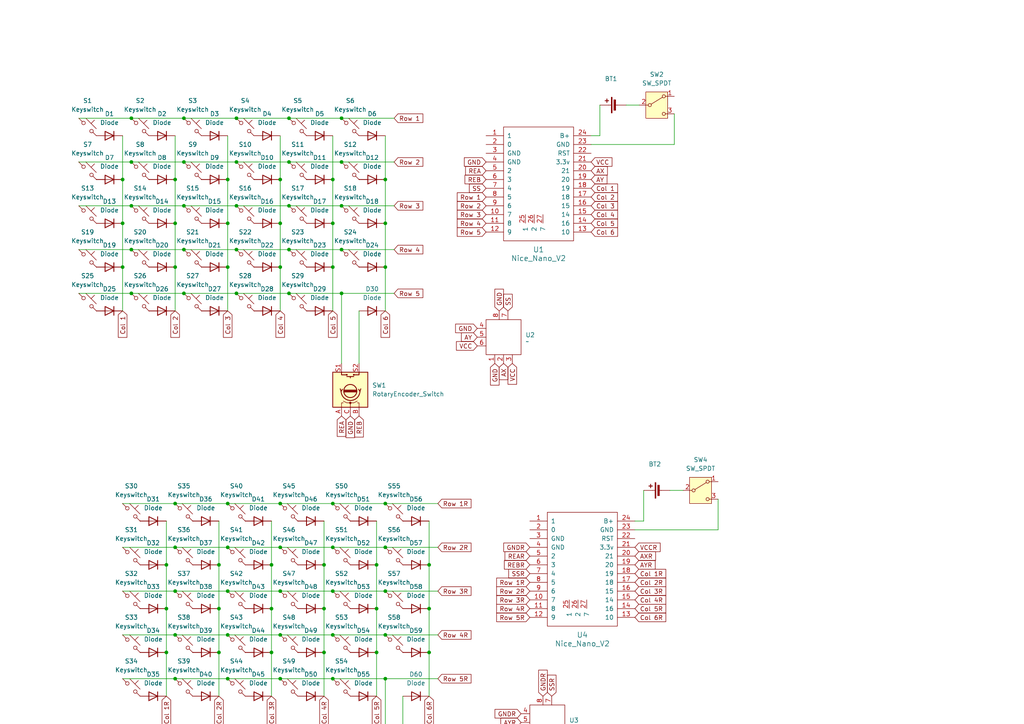
<source format=kicad_sch>
(kicad_sch (version 20231120) (generator "eeschema") (generator_version "8.0")
  (paper "A4")
  (junction (at 38.1 85.09))
  (junction (at 66.04 146.05))
  (junction (at 93.98 189.23))
  (junction (at 78.74 163.83))
  (junction (at 83.82 85.09))
  (junction (at 78.74 176.53))
  (junction (at 96.52 158.75))
  (junction (at 48.26 163.83))
  (junction (at 83.82 59.69))
  (junction (at 68.58 72.39))
  (junction (at 53.34 59.69))
  (junction (at 99.06 85.09))
  (junction (at 81.28 52.07))
  (junction (at 96.52 146.05))
  (junction (at 83.82 46.99))
  (junction (at 124.46 189.23))
  (junction (at 53.34 85.09))
  (junction (at 63.5 163.83))
  (junction (at 66.04 77.47))
  (junction (at 96.52 184.15))
  (junction (at 66.04 196.85))
  (junction (at 68.58 59.69))
  (junction (at 111.76 171.45))
  (junction (at 111.76 77.47))
  (junction (at 81.28 184.15))
  (junction (at 111.76 64.77))
  (junction (at 83.82 72.39))
  (junction (at 50.8 171.45))
  (junction (at 124.46 176.53))
  (junction (at 50.8 52.07))
  (junction (at 93.98 163.83))
  (junction (at 111.76 146.05))
  (junction (at 99.06 72.39))
  (junction (at 66.04 52.07))
  (junction (at 48.26 189.23))
  (junction (at 96.52 171.45))
  (junction (at 99.06 34.29))
  (junction (at 35.56 64.77))
  (junction (at 50.8 184.15))
  (junction (at 111.76 184.15))
  (junction (at 68.58 46.99))
  (junction (at 35.56 77.47))
  (junction (at 38.1 46.99))
  (junction (at 53.34 72.39))
  (junction (at 111.76 158.75))
  (junction (at 99.06 59.69))
  (junction (at 63.5 189.23))
  (junction (at 66.04 184.15))
  (junction (at 111.76 196.85))
  (junction (at 66.04 158.75))
  (junction (at 50.8 64.77))
  (junction (at 81.28 196.85))
  (junction (at 111.76 52.07))
  (junction (at 38.1 72.39))
  (junction (at 81.28 64.77))
  (junction (at 81.28 158.75))
  (junction (at 35.56 52.07))
  (junction (at 81.28 171.45))
  (junction (at 48.26 176.53))
  (junction (at 53.34 34.29))
  (junction (at 96.52 196.85))
  (junction (at 78.74 189.23))
  (junction (at 109.22 189.23))
  (junction (at 53.34 46.99))
  (junction (at 50.8 77.47))
  (junction (at 68.58 85.09))
  (junction (at 50.8 196.85))
  (junction (at 93.98 176.53))
  (junction (at 96.52 77.47))
  (junction (at 96.52 64.77))
  (junction (at 109.22 163.83))
  (junction (at 109.22 176.53))
  (junction (at 63.5 176.53))
  (junction (at 38.1 34.29))
  (junction (at 124.46 163.83))
  (junction (at 38.1 59.69))
  (junction (at 99.06 46.99))
  (junction (at 50.8 158.75))
  (junction (at 68.58 34.29))
  (junction (at 83.82 34.29))
  (junction (at 66.04 64.77))
  (junction (at 66.04 171.45))
  (junction (at 50.8 146.05))
  (junction (at 81.28 146.05))
  (junction (at 96.52 52.07))
  (junction (at 81.28 77.47))
  (wire (pts (xy 38.1 85.09) (xy 53.34 85.09)))
  (wire (pts (xy 104.14 90.17) (xy 104.14 105.41)))
  (wire (pts (xy 185.42 30.48) (xy 181.61 30.48)))
  (wire (pts (xy 83.82 34.29) (xy 99.06 34.29)))
  (wire (pts (xy 198.12 142.24) (xy 194.31 142.24)))
  (wire (pts (xy 81.28 171.45) (xy 96.52 171.45)))
  (wire (pts (xy 35.56 196.85) (xy 50.8 196.85)))
  (wire (pts (xy 48.26 151.13) (xy 48.26 163.83)))
  (wire (pts (xy 68.58 34.29) (xy 83.82 34.29)))
  (wire (pts (xy 111.76 77.47) (xy 111.76 90.17)))
  (wire (pts (xy 68.58 85.09) (xy 83.82 85.09)))
  (wire (pts (xy 63.5 176.53) (xy 63.5 189.23)))
  (wire (pts (xy 173.99 39.37) (xy 171.45 39.37)))
  (wire (pts (xy 48.26 189.23) (xy 48.26 201.93)))
  (wire (pts (xy 81.28 146.05) (xy 96.52 146.05)))
  (wire (pts (xy 50.8 196.85) (xy 66.04 196.85)))
  (wire (pts (xy 81.28 77.47) (xy 81.28 90.17)))
  (wire (pts (xy 81.28 158.75) (xy 96.52 158.75)))
  (wire (pts (xy 109.22 176.53) (xy 109.22 189.23)))
  (wire (pts (xy 83.82 72.39) (xy 99.06 72.39)))
  (wire (pts (xy 22.86 72.39) (xy 38.1 72.39)))
  (wire (pts (xy 81.28 39.37) (xy 81.28 52.07)))
  (wire (pts (xy 66.04 158.75) (xy 81.28 158.75)))
  (wire (pts (xy 116.84 201.93) (xy 116.84 217.17)))
  (wire (pts (xy 66.04 196.85) (xy 81.28 196.85)))
  (wire (pts (xy 96.52 64.77) (xy 96.52 77.47)))
  (wire (pts (xy 127 146.05) (xy 111.76 146.05)))
  (wire (pts (xy 208.28 153.67) (xy 184.15 153.67)))
  (wire (pts (xy 173.99 39.37) (xy 173.99 30.48)))
  (wire (pts (xy 81.28 52.07) (xy 81.28 64.77)))
  (wire (pts (xy 127 171.45) (xy 111.76 171.45)))
  (wire (pts (xy 99.06 85.09) (xy 99.06 105.41)))
  (wire (pts (xy 81.28 196.85) (xy 96.52 196.85)))
  (wire (pts (xy 114.3 59.69) (xy 99.06 59.69)))
  (wire (pts (xy 195.58 41.91) (xy 171.45 41.91)))
  (wire (pts (xy 96.52 184.15) (xy 111.76 184.15)))
  (wire (pts (xy 50.8 39.37) (xy 50.8 52.07)))
  (wire (pts (xy 208.28 144.78) (xy 208.28 153.67)))
  (wire (pts (xy 50.8 184.15) (xy 66.04 184.15)))
  (wire (pts (xy 22.86 85.09) (xy 38.1 85.09)))
  (wire (pts (xy 78.74 163.83) (xy 78.74 176.53)))
  (wire (pts (xy 66.04 52.07) (xy 66.04 64.77)))
  (wire (pts (xy 96.52 52.07) (xy 96.52 64.77)))
  (wire (pts (xy 63.5 189.23) (xy 63.5 201.93)))
  (wire (pts (xy 111.76 64.77) (xy 111.76 77.47)))
  (wire (pts (xy 48.26 176.53) (xy 48.26 189.23)))
  (wire (pts (xy 66.04 39.37) (xy 66.04 52.07)))
  (wire (pts (xy 96.52 158.75) (xy 111.76 158.75)))
  (wire (pts (xy 111.76 196.85) (xy 127 196.85)))
  (wire (pts (xy 50.8 52.07) (xy 50.8 64.77)))
  (wire (pts (xy 22.86 46.99) (xy 38.1 46.99)))
  (wire (pts (xy 50.8 158.75) (xy 66.04 158.75)))
  (wire (pts (xy 124.46 163.83) (xy 124.46 176.53)))
  (wire (pts (xy 111.76 39.37) (xy 111.76 52.07)))
  (wire (pts (xy 114.3 34.29) (xy 99.06 34.29)))
  (wire (pts (xy 96.52 146.05) (xy 111.76 146.05)))
  (wire (pts (xy 111.76 158.75) (xy 127 158.75)))
  (wire (pts (xy 63.5 151.13) (xy 63.5 163.83)))
  (wire (pts (xy 35.56 171.45) (xy 50.8 171.45)))
  (wire (pts (xy 53.34 34.29) (xy 68.58 34.29)))
  (wire (pts (xy 38.1 72.39) (xy 53.34 72.39)))
  (wire (pts (xy 96.52 196.85) (xy 111.76 196.85)))
  (wire (pts (xy 35.56 52.07) (xy 35.56 64.77)))
  (wire (pts (xy 81.28 64.77) (xy 81.28 77.47)))
  (wire (pts (xy 96.52 77.47) (xy 96.52 90.17)))
  (wire (pts (xy 124.46 189.23) (xy 124.46 201.93)))
  (wire (pts (xy 93.98 176.53) (xy 93.98 189.23)))
  (wire (pts (xy 83.82 85.09) (xy 99.06 85.09)))
  (wire (pts (xy 186.69 151.13) (xy 184.15 151.13)))
  (wire (pts (xy 99.06 72.39) (xy 114.3 72.39)))
  (wire (pts (xy 66.04 64.77) (xy 66.04 77.47)))
  (wire (pts (xy 109.22 163.83) (xy 109.22 176.53)))
  (wire (pts (xy 83.82 46.99) (xy 99.06 46.99)))
  (wire (pts (xy 68.58 72.39) (xy 83.82 72.39)))
  (wire (pts (xy 35.56 64.77) (xy 35.56 77.47)))
  (wire (pts (xy 124.46 151.13) (xy 124.46 163.83)))
  (wire (pts (xy 53.34 59.69) (xy 68.58 59.69)))
  (wire (pts (xy 96.52 39.37) (xy 96.52 52.07)))
  (wire (pts (xy 53.34 85.09) (xy 68.58 85.09)))
  (wire (pts (xy 109.22 189.23) (xy 109.22 201.93)))
  (wire (pts (xy 96.52 171.45) (xy 111.76 171.45)))
  (wire (pts (xy 83.82 59.69) (xy 99.06 59.69)))
  (wire (pts (xy 68.58 46.99) (xy 83.82 46.99)))
  (wire (pts (xy 111.76 184.15) (xy 127 184.15)))
  (wire (pts (xy 53.34 72.39) (xy 68.58 72.39)))
  (wire (pts (xy 35.56 77.47) (xy 35.56 90.17)))
  (wire (pts (xy 195.58 33.02) (xy 195.58 41.91)))
  (wire (pts (xy 99.06 85.09) (xy 114.3 85.09)))
  (wire (pts (xy 93.98 163.83) (xy 93.98 176.53)))
  (wire (pts (xy 78.74 151.13) (xy 78.74 163.83)))
  (wire (pts (xy 22.86 34.29) (xy 38.1 34.29)))
  (wire (pts (xy 99.06 46.99) (xy 114.3 46.99)))
  (wire (pts (xy 66.04 146.05) (xy 81.28 146.05)))
  (wire (pts (xy 50.8 64.77) (xy 50.8 77.47)))
  (wire (pts (xy 35.56 146.05) (xy 50.8 146.05)))
  (wire (pts (xy 66.04 77.47) (xy 66.04 90.17)))
  (wire (pts (xy 35.56 158.75) (xy 50.8 158.75)))
  (wire (pts (xy 35.56 39.37) (xy 35.56 52.07)))
  (wire (pts (xy 50.8 146.05) (xy 66.04 146.05)))
  (wire (pts (xy 93.98 189.23) (xy 93.98 201.93)))
  (wire (pts (xy 38.1 59.69) (xy 53.34 59.69)))
  (wire (pts (xy 66.04 184.15) (xy 81.28 184.15)))
  (wire (pts (xy 66.04 171.45) (xy 81.28 171.45)))
  (wire (pts (xy 38.1 34.29) (xy 53.34 34.29)))
  (wire (pts (xy 38.1 46.99) (xy 53.34 46.99)))
  (wire (pts (xy 186.69 151.13) (xy 186.69 142.24)))
  (wire (pts (xy 81.28 184.15) (xy 96.52 184.15)))
  (wire (pts (xy 48.26 163.83) (xy 48.26 176.53)))
  (wire (pts (xy 78.74 176.53) (xy 78.74 189.23)))
  (wire (pts (xy 63.5 163.83) (xy 63.5 176.53)))
  (wire (pts (xy 22.86 59.69) (xy 38.1 59.69)))
  (wire (pts (xy 109.22 151.13) (xy 109.22 163.83)))
  (wire (pts (xy 53.34 46.99) (xy 68.58 46.99)))
  (wire (pts (xy 35.56 184.15) (xy 50.8 184.15)))
  (wire (pts (xy 68.58 59.69) (xy 83.82 59.69)))
  (wire (pts (xy 124.46 176.53) (xy 124.46 189.23)))
  (wire (pts (xy 50.8 171.45) (xy 66.04 171.45)))
  (wire (pts (xy 78.74 189.23) (xy 78.74 201.93)))
  (wire (pts (xy 111.76 52.07) (xy 111.76 64.77)))
  (wire (pts (xy 111.76 196.85) (xy 111.76 217.17)))
  (wire (pts (xy 50.8 77.47) (xy 50.8 90.17)))
  (wire (pts (xy 93.98 151.13) (xy 93.98 163.83)))
  (global_label "Col 3R" (shape input) (at 78.74 201.93 270) (property "Intersheetrefs" "${INTERSHEET_REFS}" (effects (hide yes))))
  (global_label "Row 5" (shape input) (at 114.3 85.09 0) (property "Intersheetrefs" "${INTERSHEET_REFS}" (effects (hide yes))))
  (global_label "Row 2R" (shape input) (at 127 158.75 0) (property "Intersheetrefs" "${INTERSHEET_REFS}" (effects (hide yes))))
  (global_label "VCC" (shape input) (at 171.45 46.99 0) (property "Intersheetrefs" "${INTERSHEET_REFS}" (effects (hide yes))))
  (global_label "Row 4" (shape input) (at 140.97 64.77 180) (property "Intersheetrefs" "${INTERSHEET_REFS}" (effects (hide yes))))
  (global_label "Row 4R" (shape input) (at 127 184.15 0) (property "Intersheetrefs" "${INTERSHEET_REFS}" (effects (hide yes))))
  (global_label "VCCR" (shape input) (at 161.29 217.17 270) (property "Intersheetrefs" "${INTERSHEET_REFS}" (effects (hide yes))))
  (global_label "GND" (shape input) (at 144.78 90.17 90) (property "Intersheetrefs" "${INTERSHEET_REFS}" (effects (hide yes))))
  (global_label "Col 6" (shape input) (at 171.45 67.31 0) (property "Intersheetrefs" "${INTERSHEET_REFS}" (effects (hide yes))))
  (global_label "Row 3" (shape input) (at 140.97 62.23 180) (property "Intersheetrefs" "${INTERSHEET_REFS}" (effects (hide yes))))
  (global_label "Row 3R" (shape input) (at 153.67 173.99 180) (property "Intersheetrefs" "${INTERSHEET_REFS}" (effects (hide yes))))
  (global_label "REBR" (shape input) (at 116.84 232.41 270) (property "Intersheetrefs" "${INTERSHEET_REFS}" (effects (hide yes))))
  (global_label "Row 1R" (shape input) (at 153.67 168.91 180) (property "Intersheetrefs" "${INTERSHEET_REFS}" (effects (hide yes))))
  (global_label "AXR" (shape input) (at 158.75 217.17 270) (property "Intersheetrefs" "${INTERSHEET_REFS}" (effects (hide yes))))
  (global_label "VCC" (shape input) (at 138.43 100.33 180) (property "Intersheetrefs" "${INTERSHEET_REFS}" (effects (hide yes))))
  (global_label "Col 2" (shape input) (at 50.8 90.17 270) (property "Intersheetrefs" "${INTERSHEET_REFS}" (effects (hide yes))))
  (global_label "Row 5R" (shape input) (at 153.67 179.07 180) (property "Intersheetrefs" "${INTERSHEET_REFS}" (effects (hide yes))))
  (global_label "AX" (shape input) (at 171.45 49.53 0) (property "Intersheetrefs" "${INTERSHEET_REFS}" (effects (hide yes))))
  (global_label "AY" (shape input) (at 171.45 52.07 0) (property "Intersheetrefs" "${INTERSHEET_REFS}" (effects (hide yes))))
  (global_label "VCCR" (shape input) (at 151.13 212.09 180) (property "Intersheetrefs" "${INTERSHEET_REFS}" (effects (hide yes))))
  (global_label "REA" (shape input) (at 99.06 120.65 270) (property "Intersheetrefs" "${INTERSHEET_REFS}" (effects (hide yes))))
  (global_label "Col 1" (shape input) (at 35.56 90.17 270) (property "Intersheetrefs" "${INTERSHEET_REFS}" (effects (hide yes))))
  (global_label "AYR" (shape input) (at 151.13 209.55 180) (property "Intersheetrefs" "${INTERSHEET_REFS}" (effects (hide yes))))
  (global_label "Col 4" (shape input) (at 171.45 62.23 0) (property "Intersheetrefs" "${INTERSHEET_REFS}" (effects (hide yes))))
  (global_label "REA" (shape input) (at 140.97 49.53 180) (property "Intersheetrefs" "${INTERSHEET_REFS}" (effects (hide yes))))
  (global_label "AY" (shape input) (at 138.43 97.79 180) (property "Intersheetrefs" "${INTERSHEET_REFS}" (effects (hide yes))))
  (global_label "GNDR" (shape input) (at 151.13 207.01 180) (property "Intersheetrefs" "${INTERSHEET_REFS}" (effects (hide yes))))
  (global_label "Col 2R" (shape input) (at 184.15 168.91 0) (property "Intersheetrefs" "${INTERSHEET_REFS}" (effects (hide yes))))
  (global_label "Row 2" (shape input) (at 140.97 59.69 180) (property "Intersheetrefs" "${INTERSHEET_REFS}" (effects (hide yes))))
  (global_label "Row 1" (shape input) (at 140.97 57.15 180) (property "Intersheetrefs" "${INTERSHEET_REFS}" (effects (hide yes))))
  (global_label "Row 5R" (shape input) (at 127 196.85 0) (property "Intersheetrefs" "${INTERSHEET_REFS}" (effects (hide yes))))
  (global_label "Col 5" (shape input) (at 96.52 90.17 270) (property "Intersheetrefs" "${INTERSHEET_REFS}" (effects (hide yes))))
  (global_label "Col 4" (shape input) (at 81.28 90.17 270) (property "Intersheetrefs" "${INTERSHEET_REFS}" (effects (hide yes))))
  (global_label "Row 4R" (shape input) (at 153.67 176.53 180) (property "Intersheetrefs" "${INTERSHEET_REFS}" (effects (hide yes))))
  (global_label "VCCR" (shape input) (at 184.15 158.75 0) (property "Intersheetrefs" "${INTERSHEET_REFS}" (effects (hide yes))))
  (global_label "GNDR" (shape input) (at 157.48 201.93 90) (property "Intersheetrefs" "${INTERSHEET_REFS}" (effects (hide yes))))
  (global_label "SS" (shape input) (at 147.32 90.17 90) (property "Intersheetrefs" "${INTERSHEET_REFS}" (effects (hide yes))))
  (global_label "GND" (shape input) (at 138.43 95.25 180) (property "Intersheetrefs" "${INTERSHEET_REFS}" (effects (hide yes))))
  (global_label "Col 4R" (shape input) (at 184.15 173.99 0) (property "Intersheetrefs" "${INTERSHEET_REFS}" (effects (hide yes))))
  (global_label "Col 5R" (shape input) (at 184.15 176.53 0) (property "Intersheetrefs" "${INTERSHEET_REFS}" (effects (hide yes))))
  (global_label "Row 1R" (shape input) (at 127 146.05 0) (property "Intersheetrefs" "${INTERSHEET_REFS}" (effects (hide yes))))
  (global_label "Col 5" (shape input) (at 171.45 64.77 0) (property "Intersheetrefs" "${INTERSHEET_REFS}" (effects (hide yes))))
  (global_label "SS" (shape input) (at 140.97 54.61 180) (property "Intersheetrefs" "${INTERSHEET_REFS}" (effects (hide yes))))
  (global_label "Col 2" (shape input) (at 171.45 57.15 0) (property "Intersheetrefs" "${INTERSHEET_REFS}" (effects (hide yes))))
  (global_label "Row 2R" (shape input) (at 153.67 171.45 180) (property "Intersheetrefs" "${INTERSHEET_REFS}" (effects (hide yes))))
  (global_label "AXR" (shape input) (at 184.15 161.29 0) (property "Intersheetrefs" "${INTERSHEET_REFS}" (effects (hide yes))))
  (global_label "Col 1" (shape input) (at 171.45 54.61 0) (property "Intersheetrefs" "${INTERSHEET_REFS}" (effects (hide yes))))
  (global_label "GND" (shape input) (at 101.6 120.65 270) (property "Intersheetrefs" "${INTERSHEET_REFS}" (effects (hide yes))))
  (global_label "Col 2R" (shape input) (at 63.5 201.93 270) (property "Intersheetrefs" "${INTERSHEET_REFS}" (effects (hide yes))))
  (global_label "Col 5R" (shape input) (at 109.22 201.93 270) (property "Intersheetrefs" "${INTERSHEET_REFS}" (effects (hide yes))))
  (global_label "REAR" (shape input) (at 153.67 161.29 180) (property "Intersheetrefs" "${INTERSHEET_REFS}" (effects (hide yes))))
  (global_label "Col 3" (shape input) (at 66.04 90.17 270) (property "Intersheetrefs" "${INTERSHEET_REFS}" (effects (hide yes))))
  (global_label "Row 3R" (shape input) (at 127 171.45 0) (property "Intersheetrefs" "${INTERSHEET_REFS}" (effects (hide yes))))
  (global_label "Col 6R" (shape input) (at 184.15 179.07 0) (property "Intersheetrefs" "${INTERSHEET_REFS}" (effects (hide yes))))
  (global_label "REB" (shape input) (at 140.97 52.07 180) (property "Intersheetrefs" "${INTERSHEET_REFS}" (effects (hide yes))))
  (global_label "AX" (shape input) (at 146.05 105.41 270) (property "Intersheetrefs" "${INTERSHEET_REFS}" (effects (hide yes))))
  (global_label "Col 3R" (shape input) (at 184.15 171.45 0) (property "Intersheetrefs" "${INTERSHEET_REFS}" (effects (hide yes))))
  (global_label "GNDR" (shape input) (at 153.67 158.75 180) (property "Intersheetrefs" "${INTERSHEET_REFS}" (effects (hide yes))))
  (global_label "VCC" (shape input) (at 148.59 105.41 270) (property "Intersheetrefs" "${INTERSHEET_REFS}" (effects (hide yes))))
  (global_label "SSR" (shape input) (at 153.67 166.37 180) (property "Intersheetrefs" "${INTERSHEET_REFS}" (effects (hide yes))))
  (global_label "AYR" (shape input) (at 184.15 163.83 0) (property "Intersheetrefs" "${INTERSHEET_REFS}" (effects (hide yes))))
  (global_label "Col 1R" (shape input) (at 48.26 201.93 270) (property "Intersheetrefs" "${INTERSHEET_REFS}" (effects (hide yes))))
  (global_label "Col 4R" (shape input) (at 93.98 201.93 270) (property "Intersheetrefs" "${INTERSHEET_REFS}" (effects (hide yes))))
  (global_label "REAR" (shape input) (at 111.76 232.41 270) (property "Intersheetrefs" "${INTERSHEET_REFS}" (effects (hide yes))))
  (global_label "Col 6" (shape input) (at 111.76 90.17 270) (property "Intersheetrefs" "${INTERSHEET_REFS}" (effects (hide yes))))
  (global_label "Row 2" (shape input) (at 114.3 46.99 0) (property "Intersheetrefs" "${INTERSHEET_REFS}" (effects (hide yes))))
  (global_label "Row 1" (shape input) (at 114.3 34.29 0) (property "Intersheetrefs" "${INTERSHEET_REFS}" (effects (hide yes))))
  (global_label "GND" (shape input) (at 143.51 105.41 270) (property "Intersheetrefs" "${INTERSHEET_REFS}" (effects (hide yes))))
  (global_label "Row 3" (shape input) (at 114.3 59.69 0) (property "Intersheetrefs" "${INTERSHEET_REFS}" (effects (hide yes))))
  (global_label "Row 4" (shape input) (at 114.3 72.39 0) (property "Intersheetrefs" "${INTERSHEET_REFS}" (effects (hide yes))))
  (global_label "Col 3" (shape input) (at 171.45 59.69 0) (property "Intersheetrefs" "${INTERSHEET_REFS}" (effects (hide yes))))
  (global_label "SSR" (shape input) (at 160.02 201.93 90) (property "Intersheetrefs" "${INTERSHEET_REFS}" (effects (hide yes))))
  (global_label "Col 1R" (shape input) (at 184.15 166.37 0) (property "Intersheetrefs" "${INTERSHEET_REFS}" (effects (hide yes))))
  (global_label "GNDR" (shape input) (at 156.21 217.17 270) (property "Intersheetrefs" "${INTERSHEET_REFS}" (effects (hide yes))))
  (global_label "Row 5" (shape input) (at 140.97 67.31 180) (property "Intersheetrefs" "${INTERSHEET_REFS}" (effects (hide yes))))
  (global_label "GND" (shape input) (at 140.97 46.99 180) (property "Intersheetrefs" "${INTERSHEET_REFS}" (effects (hide yes))))
  (global_label "REBR" (shape input) (at 153.67 163.83 180) (property "Intersheetrefs" "${INTERSHEET_REFS}" (effects (hide yes))))
  (global_label "GNDR" (shape input) (at 114.3 232.41 270) (property "Intersheetrefs" "${INTERSHEET_REFS}" (effects (hide yes))))
  (global_label "Col 6R" (shape input) (at 124.46 201.93 270) (property "Intersheetrefs" "${INTERSHEET_REFS}" (effects (hide yes))))
  (global_label "REB" (shape input) (at 104.14 120.65 270) (property "Intersheetrefs" "${INTERSHEET_REFS}" (effects (hide yes))))
  (symbol (lib_id "ScottoKeebs:Placeholder_Diode") (at 46.99 64.77 180) (unit 1)
    (property "Reference" "D14" (at 46.99 58.42 0))
    (property "Value" "Diode" (at 46.99 60.96 0))
    (property "Footprint" "ScottoKeebs_Components:Diode_SOD-123" (effects (hide yes)))
    (property "Description" "1N4148 (DO-35) or 1N4148W (SOD-123)" (effects (hide yes)))
    (property "Sim.Device" "D" (effects (hide yes)))
    (property "Sim.Pins" "1=K 2=A" (effects (hide yes)))
  )
  (symbol (lib_id "ScottoKeebs:Placeholder_Keyswitch") (at 99.06 161.29 0) (unit 1)
    (property "Reference" "S51" (at 99.06 153.67 0))
    (property "Value" "Keyswitch" (at 99.06 156.21 0))
    (property "Footprint" "ScottoKeebs_Hotswap:Hotswap_MX_1.00u" (effects (hide yes)))
    (property "Description" "Push button switch, normally open, two pins, 45° tilted" (effects (hide yes)))
  )
  (symbol (lib_id "ScottoKeebs:Placeholder_Keyswitch") (at 68.58 173.99 0) (unit 1)
    (property "Reference" "S42" (at 68.58 166.37 0))
    (property "Value" "Keyswitch" (at 68.58 168.91 0))
    (property "Footprint" "ScottoKeebs_Hotswap:Hotswap_MX_1.00u" (effects (hide yes)))
    (property "Description" "Push button switch, normally open, two pins, 45° tilted" (effects (hide yes)))
  )
  (symbol (lib_id "ScottoKeebs:Placeholder_Keyswitch") (at 86.36 74.93 0) (unit 1)
    (property "Reference" "S23" (at 86.36 67.31 0))
    (property "Value" "Keyswitch" (at 86.36 69.85 0))
    (property "Footprint" "ScottoKeebs_Hotswap:Hotswap_MX_1.00u" (effects (hide yes)))
    (property "Description" "Push button switch, normally open, two pins, 45° tilted" (effects (hide yes)))
  )
  (symbol (lib_id "ScottoKeebs:Placeholder_Diode") (at 62.23 64.77 180) (unit 1)
    (property "Reference" "D15" (at 62.23 58.42 0))
    (property "Value" "Diode" (at 62.23 60.96 0))
    (property "Footprint" "ScottoKeebs_Components:Diode_SOD-123" (effects (hide yes)))
    (property "Description" "1N4148 (DO-35) or 1N4148W (SOD-123)" (effects (hide yes)))
    (property "Sim.Device" "D" (effects (hide yes)))
    (property "Sim.Pins" "1=K 2=A" (effects (hide yes)))
  )
  (symbol (lib_id "ScottoKeebs:Placeholder_Keyswitch") (at 83.82 199.39 0) (unit 1)
    (property "Reference" "S49" (at 83.82 191.77 0))
    (property "Value" "Keyswitch" (at 83.82 194.31 0))
    (property "Footprint" "ScottoKeebs_Hotswap:Hotswap_MX_1.00u" (effects (hide yes)))
    (property "Description" "Push button switch, normally open, two pins, 45° tilted" (effects (hide yes)))
  )
  (symbol (lib_id "ScottoKeebs:Placeholder_Diode") (at 74.93 163.83 180) (unit 1)
    (property "Reference" "D42" (at 74.93 157.48 0))
    (property "Value" "Diode" (at 74.93 160.02 0))
    (property "Footprint" "ScottoKeebs_Components:Diode_SOD-123" (effects (hide yes)))
    (property "Description" "1N4148 (DO-35) or 1N4148W (SOD-123)" (effects (hide yes)))
    (property "Sim.Device" "D" (effects (hide yes)))
    (property "Sim.Pins" "1=K 2=A" (effects (hide yes)))
  )
  (symbol (lib_id "ScottoKeebs:Placeholder_Diode") (at 62.23 39.37 180) (unit 1)
    (property "Reference" "D3" (at 62.23 33.02 0))
    (property "Value" "Diode" (at 62.23 35.56 0))
    (property "Footprint" "ScottoKeebs_Components:Diode_SOD-123" (effects (hide yes)))
    (property "Description" "1N4148 (DO-35) or 1N4148W (SOD-123)" (effects (hide yes)))
    (property "Sim.Device" "D" (effects (hide yes)))
    (property "Sim.Pins" "1=K 2=A" (effects (hide yes)))
  )
  (symbol (lib_id "ScottoKeebs:Placeholder_Diode") (at 92.71 90.17 180) (unit 1)
    (property "Reference" "D29" (at 92.71 83.82 0))
    (property "Value" "Diode" (at 92.71 86.36 0))
    (property "Footprint" "ScottoKeebs_Components:Diode_SOD-123" (effects (hide yes)))
    (property "Description" "1N4148 (DO-35) or 1N4148W (SOD-123)" (effects (hide yes)))
    (property "Sim.Device" "D" (effects (hide yes)))
    (property "Sim.Pins" "1=K 2=A" (effects (hide yes)))
  )
  (symbol (lib_id "ScottoKeebs:Placeholder_Diode") (at 62.23 77.47 180) (unit 1)
    (property "Reference" "D21" (at 62.23 71.12 0))
    (property "Value" "Diode" (at 62.23 73.66 0))
    (property "Footprint" "ScottoKeebs_Components:Diode_SOD-123" (effects (hide yes)))
    (property "Description" "1N4148 (DO-35) or 1N4148W (SOD-123)" (effects (hide yes)))
    (property "Sim.Device" "D" (effects (hide yes)))
    (property "Sim.Pins" "1=K 2=A" (effects (hide yes)))
  )
  (symbol (lib_id "ScottoKeebs:Placeholder_Diode") (at 120.65 151.13 180) (unit 1)
    (property "Reference" "D56" (at 120.65 144.78 0))
    (property "Value" "Diode" (at 120.65 147.32 0))
    (property "Footprint" "ScottoKeebs_Components:Diode_SOD-123" (effects (hide yes)))
    (property "Description" "1N4148 (DO-35) or 1N4148W (SOD-123)" (effects (hide yes)))
    (property "Sim.Device" "D" (effects (hide yes)))
    (property "Sim.Pins" "1=K 2=A" (effects (hide yes)))
  )
  (symbol (lib_id "ScottoKeebs:Placeholder_Diode") (at 105.41 201.93 180) (unit 1)
    (property "Reference" "D55" (at 105.41 195.58 0))
    (property "Value" "Diode" (at 105.41 198.12 0))
    (property "Footprint" "ScottoKeebs_Components:Diode_SOD-123" (effects (hide yes)))
    (property "Description" "1N4148 (DO-35) or 1N4148W (SOD-123)" (effects (hide yes)))
    (property "Sim.Device" "D" (effects (hide yes)))
    (property "Sim.Pins" "1=K 2=A" (effects (hide yes)))
  )
  (symbol (lib_id "ScottoKeebs:Placeholder_Diode") (at 62.23 90.17 180) (unit 1)
    (property "Reference" "D27" (at 62.23 83.82 0))
    (property "Value" "Diode" (at 62.23 86.36 0))
    (property "Footprint" "ScottoKeebs_Components:Diode_SOD-123" (effects (hide yes)))
    (property "Description" "1N4148 (DO-35) or 1N4148W (SOD-123)" (effects (hide yes)))
    (property "Sim.Device" "D" (effects (hide yes)))
    (property "Sim.Pins" "1=K 2=A" (effects (hide yes)))
  )
  (symbol (lib_id "Device:Battery_Cell") (at 191.77 142.24 90) (unit 1)
    (property "Reference" "BT2" (at 189.9285 134.62 90))
    (property "Value" "Battery_Cell" (effects (hide yes)))
    (property "Footprint" "Battery:BatteryHolder_MPD_BH-18650-PC2" (effects (hide yes)))
    (property "Description" "Single-cell battery" (effects (hide yes)))
  )
  (symbol (lib_id "ScottoKeebs:Placeholder_Diode") (at 46.99 39.37 180) (unit 1)
    (property "Reference" "D2" (at 46.99 33.02 0))
    (property "Value" "Diode" (at 46.99 35.56 0))
    (property "Footprint" "ScottoKeebs_Components:Diode_SOD-123" (effects (hide yes)))
    (property "Description" "1N4148 (DO-35) or 1N4148W (SOD-123)" (effects (hide yes)))
    (property "Sim.Device" "D" (effects (hide yes)))
    (property "Sim.Pins" "1=K 2=A" (effects (hide yes)))
  )
  (symbol (lib_id "ScottoKeebs:Placeholder_Keyswitch") (at 40.64 87.63 0) (unit 1)
    (property "Reference" "S26" (at 40.64 80.01 0))
    (property "Value" "Keyswitch" (at 40.64 82.55 0))
    (property "Footprint" "ScottoKeebs_Hotswap:Hotswap_MX_1.00u" (effects (hide yes)))
    (property "Description" "Push button switch, normally open, two pins, 45° tilted" (effects (hide yes)))
  )
  (symbol (lib_id "ScottoKeebs:Placeholder_Keyswitch") (at 83.82 186.69 0) (unit 1)
    (property "Reference" "S48" (at 83.82 179.07 0))
    (property "Value" "Keyswitch" (at 83.82 181.61 0))
    (property "Footprint" "ScottoKeebs_Hotswap:Hotswap_MX_1.00u" (effects (hide yes)))
    (property "Description" "Push button switch, normally open, two pins, 45° tilted" (effects (hide yes)))
  )
  (symbol (lib_id "ScottoKeebs:Placeholder_Keyswitch") (at 114.3 148.59 0) (unit 1)
    (property "Reference" "S55" (at 114.3 140.97 0))
    (property "Value" "Keyswitch" (at 114.3 143.51 0))
    (property "Footprint" "ScottoKeebs_Hotswap:Hotswap_MX_1.00u" (effects (hide yes)))
    (property "Description" "Push button switch, normally open, two pins, 45° tilted" (effects (hide yes)))
  )
  (symbol (lib_id "ScottoKeebs:Placeholder_Diode") (at 90.17 201.93 180) (unit 1)
    (property "Reference" "D50" (at 90.17 195.58 0))
    (property "Value" "Diode" (at 90.17 198.12 0))
    (property "Footprint" "ScottoKeebs_Components:Diode_SOD-123" (effects (hide yes)))
    (property "Description" "1N4148 (DO-35) or 1N4148W (SOD-123)" (effects (hide yes)))
    (property "Sim.Device" "D" (effects (hide yes)))
    (property "Sim.Pins" "1=K 2=A" (effects (hide yes)))
  )
  (symbol (lib_id "ScottoKeebs:Placeholder_Diode") (at 74.93 151.13 180) (unit 1)
    (property "Reference" "D41" (at 74.93 144.78 0))
    (property "Value" "Diode" (at 74.93 147.32 0))
    (property "Footprint" "ScottoKeebs_Components:Diode_SOD-123" (effects (hide yes)))
    (property "Description" "1N4148 (DO-35) or 1N4148W (SOD-123)" (effects (hide yes)))
    (property "Sim.Device" "D" (effects (hide yes)))
    (property "Sim.Pins" "1=K 2=A" (effects (hide yes)))
  )
  (symbol (lib_id "ScottoKeebs:Placeholder_Keyswitch") (at 99.06 199.39 0) (unit 1)
    (property "Reference" "S54" (at 99.06 191.77 0))
    (property "Value" "Keyswitch" (at 99.06 194.31 0))
    (property "Footprint" "ScottoKeebs_Hotswap:Hotswap_MX_1.00u" (effects (hide yes)))
    (property "Description" "Push button switch, normally open, two pins, 45° tilted" (effects (hide yes)))
  )
  (symbol (lib_id "ScottoKeebs:Placeholder_Diode") (at 44.45 176.53 180) (unit 1)
    (property "Reference" "D33" (at 44.45 170.18 0))
    (property "Value" "Diode" (at 44.45 172.72 0))
    (property "Footprint" "ScottoKeebs_Components:Diode_SOD-123" (effects (hide yes)))
    (property "Description" "1N4148 (DO-35) or 1N4148W (SOD-123)" (effects (hide yes)))
    (property "Sim.Device" "D" (effects (hide yes)))
    (property "Sim.Pins" "1=K 2=A" (effects (hide yes)))
  )
  (symbol (lib_id "ScottoKeebs:Placeholder_Keyswitch") (at 68.58 186.69 0) (unit 1)
    (property "Reference" "S43" (at 68.58 179.07 0))
    (property "Value" "Keyswitch" (at 68.58 181.61 0))
    (property "Footprint" "ScottoKeebs_Hotswap:Hotswap_MX_1.00u" (effects (hide yes)))
    (property "Description" "Push button switch, normally open, two pins, 45° tilted" (effects (hide yes)))
  )
  (symbol (lib_id "ScottoKeebs:Placeholder_Keyswitch") (at 38.1 186.69 0) (unit 1)
    (property "Reference" "S33" (at 38.1 179.07 0))
    (property "Value" "Keyswitch" (at 38.1 181.61 0))
    (property "Footprint" "ScottoKeebs_Hotswap:Hotswap_MX_1.00u" (effects (hide yes)))
    (property "Description" "Push button switch, normally open, two pins, 45° tilted" (effects (hide yes)))
  )
  (symbol (lib_id "ScottoKeebs:Placeholder_Keyswitch") (at 86.36 49.53 0) (unit 1)
    (property "Reference" "S11" (at 86.36 41.91 0))
    (property "Value" "Keyswitch" (at 86.36 44.45 0))
    (property "Footprint" "ScottoKeebs_Hotswap:Hotswap_MX_1.00u" (effects (hide yes)))
    (property "Description" "Push button switch, normally open, two pins, 45° tilted" (effects (hide yes)))
  )
  (symbol (lib_id "ScottoKeebs:Placeholder_Diode") (at 77.47 52.07 180) (unit 1)
    (property "Reference" "D10" (at 77.47 45.72 0))
    (property "Value" "Diode" (at 77.47 48.26 0))
    (property "Footprint" "ScottoKeebs_Components:Diode_SOD-123" (effects (hide yes)))
    (property "Description" "1N4148 (DO-35) or 1N4148W (SOD-123)" (effects (hide yes)))
    (property "Sim.Device" "D" (effects (hide yes)))
    (property "Sim.Pins" "1=K 2=A" (effects (hide yes)))
  )
  (symbol (lib_id "ScottoKeebs:Placeholder_Keyswitch") (at 86.36 87.63 0) (unit 1)
    (property "Reference" "S29" (at 86.36 80.01 0))
    (property "Value" "Keyswitch" (at 86.36 82.55 0))
    (property "Footprint" "ScottoKeebs_Hotswap:Hotswap_MX_1.00u" (effects (hide yes)))
    (property "Description" "Push button switch, normally open, two pins, 45° tilted" (effects (hide yes)))
  )
  (symbol (lib_id "ScottoKeebs:Placeholder_Keyswitch") (at 83.82 173.99 0) (unit 1)
    (property "Reference" "S47" (at 83.82 166.37 0))
    (property "Value" "Keyswitch" (at 83.82 168.91 0))
    (property "Footprint" "ScottoKeebs_Hotswap:Hotswap_MX_1.00u" (effects (hide yes)))
    (property "Description" "Push button switch, normally open, two pins, 45° tilted" (effects (hide yes)))
  )
  (symbol (lib_id "ScottoKeebs:Placeholder_Keyswitch") (at 38.1 173.99 0) (unit 1)
    (property "Reference" "S32" (at 38.1 166.37 0))
    (property "Value" "Keyswitch" (at 38.1 168.91 0))
    (property "Footprint" "ScottoKeebs_Hotswap:Hotswap_MX_1.00u" (effects (hide yes)))
    (property "Description" "Push button switch, normally open, two pins, 45° tilted" (effects (hide yes)))
  )
  (symbol (lib_id "ScottoKeebs:Placeholder_Keyswitch") (at 53.34 161.29 0) (unit 1)
    (property "Reference" "S36" (at 53.34 153.67 0))
    (property "Value" "Keyswitch" (at 53.34 156.21 0))
    (property "Footprint" "ScottoKeebs_Hotswap:Hotswap_MX_1.00u" (effects (hide yes)))
    (property "Description" "Push button switch, normally open, two pins, 45° tilted" (effects (hide yes)))
  )
  (symbol (lib_id "ScottoKeebs:Placeholder_Keyswitch") (at 68.58 148.59 0) (unit 1)
    (property "Reference" "S40" (at 68.58 140.97 0))
    (property "Value" "Keyswitch" (at 68.58 143.51 0))
    (property "Footprint" "ScottoKeebs_Hotswap:Hotswap_MX_1.00u" (effects (hide yes)))
    (property "Description" "Push button switch, normally open, two pins, 45° tilted" (effects (hide yes)))
  )
  (symbol (lib_id "ScottoKeebs:Placeholder_Keyswitch") (at 114.3 186.69 0) (unit 1)
    (property "Reference" "S58" (at 114.3 179.07 0))
    (property "Value" "Keyswitch" (at 114.3 181.61 0))
    (property "Footprint" "ScottoKeebs_Hotswap:Hotswap_MX_1.00u" (effects (hide yes)))
    (property "Description" "Push button switch, normally open, two pins, 45° tilted" (effects (hide yes)))
  )
  (symbol (lib_id "ScottoKeebs:Placeholder_Keyswitch") (at 114.3 173.99 0) (unit 1)
    (property "Reference" "S57" (at 114.3 166.37 0))
    (property "Value" "Keyswitch" (at 114.3 168.91 0))
    (property "Footprint" "ScottoKeebs_Hotswap:Hotswap_MX_1.00u" (effects (hide yes)))
    (property "Description" "Push button switch, normally open, two pins, 45° tilted" (effects (hide yes)))
  )
  (symbol (lib_id "Library:thumb_stick") (at 146.05 97.79 180) (unit 1)
    (property "Reference" "U2" (at 152.4 97.1549 0) (effects (justify right)))
    (property "Value" "~" (at 152.4 99.06 0) (effects (justify right)))
    (property "Footprint" "Library:thumb_stick" (effects (hide yes)))
  )
  (symbol (lib_id "ScottoKeebs:Placeholder_Diode") (at 90.17 151.13 180) (unit 1)
    (property "Reference" "D46" (at 90.17 144.78 0))
    (property "Value" "Diode" (at 90.17 147.32 0))
    (property "Footprint" "ScottoKeebs_Components:Diode_SOD-123" (effects (hide yes)))
    (property "Description" "1N4148 (DO-35) or 1N4148W (SOD-123)" (effects (hide yes)))
    (property "Sim.Device" "D" (effects (hide yes)))
    (property "Sim.Pins" "1=K 2=A" (effects (hide yes)))
  )
  (symbol (lib_id "ScottoKeebs:Placeholder_Diode") (at 120.65 176.53 180) (unit 1)
    (property "Reference" "D58" (at 120.65 170.18 0))
    (property "Value" "Diode" (at 120.65 172.72 0))
    (property "Footprint" "ScottoKeebs_Components:Diode_SOD-123" (effects (hide yes)))
    (property "Description" "1N4148 (DO-35) or 1N4148W (SOD-123)" (effects (hide yes)))
    (property "Sim.Device" "D" (effects (hide yes)))
    (property "Sim.Pins" "1=K 2=A" (effects (hide yes)))
  )
  (symbol (lib_id "ScottoKeebs:Placeholder_Keyswitch") (at 40.64 62.23 0) (unit 1)
    (property "Reference" "S14" (at 40.64 54.61 0))
    (property "Value" "Keyswitch" (at 40.64 57.15 0))
    (property "Footprint" "ScottoKeebs_Hotswap:Hotswap_MX_1.00u" (effects (hide yes)))
    (property "Description" "Push button switch, normally open, two pins, 45° tilted" (effects (hide yes)))
  )
  (symbol (lib_id "ScottoKeebs:Placeholder_Diode") (at 92.71 52.07 180) (unit 1)
    (property "Reference" "D11" (at 92.71 45.72 0))
    (property "Value" "Diode" (at 92.71 48.26 0))
    (property "Footprint" "ScottoKeebs_Components:Diode_SOD-123" (effects (hide yes)))
    (property "Description" "1N4148 (DO-35) or 1N4148W (SOD-123)" (effects (hide yes)))
    (property "Sim.Device" "D" (effects (hide yes)))
    (property "Sim.Pins" "1=K 2=A" (effects (hide yes)))
  )
  (symbol (lib_id "ScottoKeebs:Placeholder_Diode") (at 90.17 176.53 180) (unit 1)
    (property "Reference" "D48" (at 90.17 170.18 0))
    (property "Value" "Diode" (at 90.17 172.72 0))
    (property "Footprint" "ScottoKeebs_Components:Diode_SOD-123" (effects (hide yes)))
    (property "Description" "1N4148 (DO-35) or 1N4148W (SOD-123)" (effects (hide yes)))
    (property "Sim.Device" "D" (effects (hide yes)))
    (property "Sim.Pins" "1=K 2=A" (effects (hide yes)))
  )
  (symbol (lib_id "ScottoKeebs:Placeholder_Keyswitch") (at 55.88 87.63 0) (unit 1)
    (property "Reference" "S27" (at 55.88 80.01 0))
    (property "Value" "Keyswitch" (at 55.88 82.55 0))
    (property "Footprint" "ScottoKeebs_Hotswap:Hotswap_MX_1.00u" (effects (hide yes)))
    (property "Description" "Push button switch, normally open, two pins, 45° tilted" (effects (hide yes)))
  )
  (symbol (lib_id "ScottoKeebs:Placeholder_Diode") (at 90.17 189.23 180) (unit 1)
    (property "Reference" "D49" (at 90.17 182.88 0))
    (property "Value" "Diode" (at 90.17 185.42 0))
    (property "Footprint" "ScottoKeebs_Components:Diode_SOD-123" (effects (hide yes)))
    (property "Description" "1N4148 (DO-35) or 1N4148W (SOD-123)" (effects (hide yes)))
    (property "Sim.Device" "D" (effects (hide yes)))
    (property "Sim.Pins" "1=K 2=A" (effects (hide yes)))
  )
  (symbol (lib_id "ScottoKeebs:Placeholder_Diode") (at 74.93 201.93 180) (unit 1)
    (property "Reference" "D45" (at 74.93 195.58 0))
    (property "Value" "Diode" (at 74.93 198.12 0))
    (property "Footprint" "ScottoKeebs_Components:Diode_SOD-123" (effects (hide yes)))
    (property "Description" "1N4148 (DO-35) or 1N4148W (SOD-123)" (effects (hide yes)))
    (property "Sim.Device" "D" (effects (hide yes)))
    (property "Sim.Pins" "1=K 2=A" (effects (hide yes)))
  )
  (symbol (lib_id "ScottoKeebs:Placeholder_Keyswitch") (at 101.6 74.93 0) (unit 1)
    (property "Reference" "S24" (at 101.6 67.31 0))
    (property "Value" "Keyswitch" (at 101.6 69.85 0))
    (property "Footprint" "ScottoKeebs_Hotswap:Hotswap_MX_1.00u" (effects (hide yes)))
    (property "Description" "Push button switch, normally open, two pins, 45° tilted" (effects (hide yes)))
  )
  (symbol (lib_id "ScottoKeebs:Placeholder_Diode") (at 44.45 189.23 180) (unit 1)
    (property "Reference" "D34" (at 44.45 182.88 0))
    (property "Value" "Diode" (at 44.45 185.42 0))
    (property "Footprint" "ScottoKeebs_Components:Diode_SOD-123" (effects (hide yes)))
    (property "Description" "1N4148 (DO-35) or 1N4148W (SOD-123)" (effects (hide yes)))
    (property "Sim.Device" "D" (effects (hide yes)))
    (property "Sim.Pins" "1=K 2=A" (effects (hide yes)))
  )
  (symbol (lib_id "ScottoKeebs:Placeholder_Keyswitch") (at 68.58 199.39 0) (unit 1)
    (property "Reference" "S44" (at 68.58 191.77 0))
    (property "Value" "Keyswitch" (at 68.58 194.31 0))
    (property "Footprint" "ScottoKeebs_Hotswap:Hotswap_MX_1.00u" (effects (hide yes)))
    (property "Description" "Push button switch, normally open, two pins, 45° tilted" (effects (hide yes)))
  )
  (symbol (lib_id "Library:thumb_stick") (at 158.75 209.55 180) (unit 1)
    (property "Reference" "U3" (at 165.1 208.9149 0) (effects (justify right)))
    (property "Value" "~" (at 165.1 210.82 0) (effects (justify right)))
    (property "Footprint" "Library:thumb_stick" (effects (hide yes)))
  )
  (symbol (lib_id "ScottoKeebs:Placeholder_Keyswitch") (at 83.82 161.29 0) (unit 1)
    (property "Reference" "S46" (at 83.82 153.67 0))
    (property "Value" "Keyswitch" (at 83.82 156.21 0))
    (property "Footprint" "ScottoKeebs_Hotswap:Hotswap_MX_1.00u" (effects (hide yes)))
    (property "Description" "Push button switch, normally open, two pins, 45° tilted" (effects (hide yes)))
  )
  (symbol (lib_id "ScottoKeebs:Placeholder_Keyswitch") (at 53.34 173.99 0) (unit 1)
    (property "Reference" "S37" (at 53.34 166.37 0))
    (property "Value" "Keyswitch" (at 53.34 168.91 0))
    (property "Footprint" "ScottoKeebs_Hotswap:Hotswap_MX_1.00u" (effects (hide yes)))
    (property "Description" "Push button switch, normally open, two pins, 45° tilted" (effects (hide yes)))
  )
  (symbol (lib_id "ScottoKeebs:Placeholder_Keyswitch") (at 101.6 49.53 0) (unit 1)
    (property "Reference" "S12" (at 101.6 41.91 0))
    (property "Value" "Keyswitch" (at 101.6 44.45 0))
    (property "Footprint" "ScottoKeebs_Hotswap:Hotswap_MX_1.00u" (effects (hide yes)))
    (property "Description" "Push button switch, normally open, two pins, 45° tilted" (effects (hide yes)))
  )
  (symbol (lib_id "ScottoKeebs:Placeholder_Keyswitch") (at 40.64 36.83 0) (unit 1)
    (property "Reference" "S2" (at 40.64 29.21 0))
    (property "Value" "Keyswitch" (at 40.64 31.75 0))
    (property "Footprint" "ScottoKeebs_Hotswap:Hotswap_MX_1.00u" (effects (hide yes)))
    (property "Description" "Push button switch, normally open, two pins, 45° tilted" (effects (hide yes)))
  )
  (symbol (lib_id "ScottoKeebs:Placeholder_Keyswitch") (at 86.36 62.23 0) (unit 1)
    (property "Reference" "S17" (at 86.36 54.61 0))
    (property "Value" "Keyswitch" (at 86.36 57.15 0))
    (property "Footprint" "ScottoKeebs_Hotswap:Hotswap_MX_1.00u" (effects (hide yes)))
    (property "Description" "Push button switch, normally open, two pins, 45° tilted" (effects (hide yes)))
  )
  (symbol (lib_id "ScottoKeebs:Placeholder_Keyswitch") (at 71.12 49.53 0) (unit 1)
    (property "Reference" "S10" (at 71.12 41.91 0))
    (property "Value" "Keyswitch" (at 71.12 44.45 0))
    (property "Footprint" "ScottoKeebs_Hotswap:Hotswap_MX_1.00u" (effects (hide yes)))
    (property "Description" "Push button switch, normally open, two pins, 45° tilted" (effects (hide yes)))
  )
  (symbol (lib_id "ScottoKeebs:Placeholder_Diode") (at 120.65 163.83 180) (unit 1)
    (property "Reference" "D57" (at 120.65 157.48 0))
    (property "Value" "Diode" (at 120.65 160.02 0))
    (property "Footprint" "ScottoKeebs_Components:Diode_SOD-123" (effects (hide yes)))
    (property "Description" "1N4148 (DO-35) or 1N4148W (SOD-123)" (effects (hide yes)))
    (property "Sim.Device" "D" (effects (hide yes)))
    (property "Sim.Pins" "1=K 2=A" (effects (hide yes)))
  )
  (symbol (lib_id "ScottoKeebs:MCU_Nice_Nano_V2") (at 156.21 53.34 0) (unit 1)
    (property "Reference" "U1" (at 156.21 72.39 0) (effects (font (size 1.524 1.524))))
    (property "Value" "Nice_Nano_V2" (at 156.21 74.93 0) (effects (font (size 1.524 1.524))))
    (property "Footprint" "ScottoKeebs_MCU:Nice_Nano_V2" (effects (hide yes)))
  )
  (symbol (lib_id "ScottoKeebs:Placeholder_Keyswitch") (at 55.88 49.53 0) (unit 1)
    (property "Reference" "S9" (at 55.88 41.91 0))
    (property "Value" "Keyswitch" (at 55.88 44.45 0))
    (property "Footprint" "ScottoKeebs_Hotswap:Hotswap_MX_1.00u" (effects (hide yes)))
    (property "Description" "Push button switch, normally open, two pins, 45° tilted" (effects (hide yes)))
  )
  (symbol (lib_id "ScottoKeebs:Placeholder_Keyswitch") (at 40.64 49.53 0) (unit 1)
    (property "Reference" "S8" (at 40.64 41.91 0))
    (property "Value" "Keyswitch" (at 40.64 44.45 0))
    (property "Footprint" "ScottoKeebs_Hotswap:Hotswap_MX_1.00u" (effects (hide yes)))
    (property "Description" "Push button switch, normally open, two pins, 45° tilted" (effects (hide yes)))
  )
  (symbol (lib_id "ScottoKeebs:Placeholder_Diode") (at 120.65 189.23 180) (unit 1)
    (property "Reference" "D59" (at 120.65 182.88 0))
    (property "Value" "Diode" (at 120.65 185.42 0))
    (property "Footprint" "ScottoKeebs_Components:Diode_SOD-123" (effects (hide yes)))
    (property "Description" "1N4148 (DO-35) or 1N4148W (SOD-123)" (effects (hide yes)))
    (property "Sim.Device" "D" (effects (hide yes)))
    (property "Sim.Pins" "1=K 2=A" (effects (hide yes)))
  )
  (symbol (lib_id "ScottoKeebs:Placeholder_Keyswitch") (at 53.34 186.69 0) (unit 1)
    (property "Reference" "S38" (at 53.34 179.07 0))
    (property "Value" "Keyswitch" (at 53.34 181.61 0))
    (property "Footprint" "ScottoKeebs_Hotswap:Hotswap_MX_1.00u" (effects (hide yes)))
    (property "Description" "Push button switch, normally open, two pins, 45° tilted" (effects (hide yes)))
  )
  (symbol (lib_id "ScottoKeebs:Placeholder_Keyswitch") (at 114.3 161.29 0) (unit 1)
    (property "Reference" "S56" (at 114.3 153.67 0))
    (property "Value" "Keyswitch" (at 114.3 156.21 0))
    (property "Footprint" "ScottoKeebs_Hotswap:Hotswap_MX_1.00u" (effects (hide yes)))
    (property "Description" "Push button switch, normally open, two pins, 45° tilted" (effects (hide yes)))
  )
  (symbol (lib_id "ScottoKeebs:Placeholder_Diode") (at 92.71 39.37 180) (unit 1)
    (property "Reference" "D5" (at 92.71 33.02 0))
    (property "Value" "Diode" (at 92.71 35.56 0))
    (property "Footprint" "ScottoKeebs_Components:Diode_SOD-123" (effects (hide yes)))
    (property "Description" "1N4148 (DO-35) or 1N4148W (SOD-123)" (effects (hide yes)))
    (property "Sim.Device" "D" (effects (hide yes)))
    (property "Sim.Pins" "1=K 2=A" (effects (hide yes)))
  )
  (symbol (lib_id "ScottoKeebs:Placeholder_Diode") (at 31.75 64.77 180) (unit 1)
    (property "Reference" "D13" (at 31.75 58.42 0))
    (property "Value" "Diode" (at 31.75 60.96 0))
    (property "Footprint" "ScottoKeebs_Components:Diode_SOD-123" (effects (hide yes)))
    (property "Description" "1N4148 (DO-35) or 1N4148W (SOD-123)" (effects (hide yes)))
    (property "Sim.Device" "D" (effects (hide yes)))
    (property "Sim.Pins" "1=K 2=A" (effects (hide yes)))
  )
  (symbol (lib_id "ScottoKeebs:Placeholder_Diode") (at 59.69 163.83 180) (unit 1)
    (property "Reference" "D37" (at 59.69 157.48 0))
    (property "Value" "Diode" (at 59.69 160.02 0))
    (property "Footprint" "ScottoKeebs_Components:Diode_SOD-123" (effects (hide yes)))
    (property "Description" "1N4148 (DO-35) or 1N4148W (SOD-123)" (effects (hide yes)))
    (property "Sim.Device" "D" (effects (hide yes)))
    (property "Sim.Pins" "1=K 2=A" (effects (hide yes)))
  )
  (symbol (lib_id "ScottoKeebs:Placeholder_Keyswitch") (at 101.6 62.23 0) (unit 1)
    (property "Reference" "S18" (at 101.6 54.61 0))
    (property "Value" "Keyswitch" (at 101.6 57.15 0))
    (property "Footprint" "ScottoKeebs_Hotswap:Hotswap_MX_1.00u" (effects (hide yes)))
    (property "Description" "Push button switch, normally open, two pins, 45° tilted" (effects (hide yes)))
  )
  (symbol (lib_id "ScottoKeebs:Placeholder_Keyswitch") (at 71.12 87.63 0) (unit 1)
    (property "Reference" "S28" (at 71.12 80.01 0))
    (property "Value" "Keyswitch" (at 71.12 82.55 0))
    (property "Footprint" "ScottoKeebs_Hotswap:Hotswap_MX_1.00u" (effects (hide yes)))
    (property "Description" "Push button switch, normally open, two pins, 45° tilted" (effects (hide yes)))
  )
  (symbol (lib_id "ScottoKeebs:Placeholder_Keyswitch") (at 68.58 161.29 0) (unit 1)
    (property "Reference" "S41" (at 68.58 153.67 0))
    (property "Value" "Keyswitch" (at 68.58 156.21 0))
    (property "Footprint" "ScottoKeebs_Hotswap:Hotswap_MX_1.00u" (effects (hide yes)))
    (property "Description" "Push button switch, normally open, two pins, 45° tilted" (effects (hide yes)))
  )
  (symbol (lib_id "ScottoKeebs:Placeholder_Diode") (at 77.47 39.37 180) (unit 1)
    (property "Reference" "D4" (at 77.47 33.02 0))
    (property "Value" "Diode" (at 77.47 35.56 0))
    (property "Footprint" "ScottoKeebs_Components:Diode_SOD-123" (effects (hide yes)))
    (property "Description" "1N4148 (DO-35) or 1N4148W (SOD-123)" (effects (hide yes)))
    (property "Sim.Device" "D" (effects (hide yes)))
    (property "Sim.Pins" "1=K 2=A" (effects (hide yes)))
  )
  (symbol (lib_id "ScottoKeebs:Placeholder_Keyswitch") (at 55.88 74.93 0) (unit 1)
    (property "Reference" "S21" (at 55.88 67.31 0))
    (property "Value" "Keyswitch" (at 55.88 69.85 0))
    (property "Footprint" "ScottoKeebs_Hotswap:Hotswap_MX_1.00u" (effects (hide yes)))
    (property "Description" "Push button switch, normally open, two pins, 45° tilted" (effects (hide yes)))
  )
  (symbol (lib_id "ScottoKeebs:Placeholder_Diode") (at 31.75 52.07 180) (unit 1)
    (property "Reference" "D7" (at 31.75 45.72 0))
    (property "Value" "Diode" (at 31.75 48.26 0))
    (property "Footprint" "ScottoKeebs_Components:Diode_SOD-123" (effects (hide yes)))
    (property "Description" "1N4148 (DO-35) or 1N4148W (SOD-123)" (effects (hide yes)))
    (property "Sim.Device" "D" (effects (hide yes)))
    (property "Sim.Pins" "1=K 2=A" (effects (hide yes)))
  )
  (symbol (lib_id "ScottoKeebs:Placeholder_Diode") (at 92.71 77.47 180) (unit 1)
    (property "Reference" "D23" (at 92.71 71.12 0))
    (property "Value" "Diode" (at 92.71 73.66 0))
    (property "Footprint" "ScottoKeebs_Components:Diode_SOD-123" (effects (hide yes)))
    (property "Description" "1N4148 (DO-35) or 1N4148W (SOD-123)" (effects (hide yes)))
    (property "Sim.Device" "D" (effects (hide yes)))
    (property "Sim.Pins" "1=K 2=A" (effects (hide yes)))
  )
  (symbol (lib_id "ScottoKeebs:Placeholder_Diode") (at 59.69 176.53 180) (unit 1)
    (property "Reference" "D38" (at 59.69 170.18 0))
    (property "Value" "Diode" (at 59.69 172.72 0))
    (property "Footprint" "ScottoKeebs_Components:Diode_SOD-123" (effects (hide yes)))
    (property "Description" "1N4148 (DO-35) or 1N4148W (SOD-123)" (effects (hide yes)))
    (property "Sim.Device" "D" (effects (hide yes)))
    (property "Sim.Pins" "1=K 2=A" (effects (hide yes)))
  )
  (symbol (lib_id "ScottoKeebs:Placeholder_Diode") (at 107.95 90.17 180) (unit 1)
    (property "Reference" "D30" (at 107.95 83.82 0))
    (property "Value" "Diode" (at 107.95 86.36 0))
    (property "Footprint" "ScottoKeebs_Components:Diode_SOD-123" (effects (hide yes)))
    (property "Description" "1N4148 (DO-35) or 1N4148W (SOD-123)" (effects (hide yes)))
    (property "Sim.Device" "D" (effects (hide yes)))
    (property "Sim.Pins" "1=K 2=A" (effects (hide yes)))
  )
  (symbol (lib_id "ScottoKeebs:Placeholder_Keyswitch") (at 25.4 49.53 0) (unit 1)
    (property "Reference" "S7" (at 25.4 41.91 0))
    (property "Value" "Keyswitch" (at 25.4 44.45 0))
    (property "Footprint" "ScottoKeebs_Hotswap:Hotswap_MX_1.00u" (effects (hide yes)))
    (property "Description" "Push button switch, normally open, two pins, 45° tilted" (effects (hide yes)))
  )
  (symbol (lib_id "ScottoKeebs:Placeholder_Diode") (at 44.45 151.13 180) (unit 1)
    (property "Reference" "D31" (at 44.45 144.78 0))
    (property "Value" "Diode" (at 44.45 147.32 0))
    (property "Footprint" "ScottoKeebs_Components:Diode_SOD-123" (effects (hide yes)))
    (property "Description" "1N4148 (DO-35) or 1N4148W (SOD-123)" (effects (hide yes)))
    (property "Sim.Device" "D" (effects (hide yes)))
    (property "Sim.Pins" "1=K 2=A" (effects (hide yes)))
  )
  (symbol (lib_id "ScottoKeebs:Placeholder_Keyswitch") (at 38.1 161.29 0) (unit 1)
    (property "Reference" "S31" (at 38.1 153.67 0))
    (property "Value" "Keyswitch" (at 38.1 156.21 0))
    (property "Footprint" "ScottoKeebs_Hotswap:Hotswap_MX_1.00u" (effects (hide yes)))
    (property "Description" "Push button switch, normally open, two pins, 45° tilted" (effects (hide yes)))
  )
  (symbol (lib_id "ScottoKeebs:Placeholder_Keyswitch") (at 101.6 36.83 0) (unit 1)
    (property "Reference" "S6" (at 101.6 29.21 0))
    (property "Value" "Keyswitch" (at 101.6 31.75 0))
    (property "Footprint" "ScottoKeebs_Hotswap:Hotswap_MX_1.00u" (effects (hide yes)))
    (property "Description" "Push button switch, normally open, two pins, 45° tilted" (effects (hide yes)))
  )
  (symbol (lib_id "ScottoKeebs:Placeholder_Keyswitch") (at 99.06 148.59 0) (unit 1)
    (property "Reference" "S50" (at 99.06 140.97 0))
    (property "Value" "Keyswitch" (at 99.06 143.51 0))
    (property "Footprint" "ScottoKeebs_Hotswap:Hotswap_MX_1.00u" (effects (hide yes)))
    (property "Description" "Push button switch, normally open, two pins, 45° tilted" (effects (hide yes)))
  )
  (symbol (lib_id "ScottoKeebs:Placeholder_Diode") (at 44.45 201.93 180) (unit 1)
    (property "Reference" "D35" (at 44.45 195.58 0))
    (property "Value" "Diode" (at 44.45 198.12 0))
    (property "Footprint" "ScottoKeebs_Components:Diode_SOD-123" (effects (hide yes)))
    (property "Description" "1N4148 (DO-35) or 1N4148W (SOD-123)" (effects (hide yes)))
    (property "Sim.Device" "D" (effects (hide yes)))
    (property "Sim.Pins" "1=K 2=A" (effects (hide yes)))
  )
  (symbol (lib_id "ScottoKeebs:Placeholder_Keyswitch") (at 83.82 148.59 0) (unit 1)
    (property "Reference" "S45" (at 83.82 140.97 0))
    (property "Value" "Keyswitch" (at 83.82 143.51 0))
    (property "Footprint" "ScottoKeebs_Hotswap:Hotswap_MX_1.00u" (effects (hide yes)))
    (property "Description" "Push button switch, normally open, two pins, 45° tilted" (effects (hide yes)))
  )
  (symbol (lib_id "ScottoKeebs:Placeholder_Keyswitch") (at 25.4 87.63 0) (unit 1)
    (property "Reference" "S25" (at 25.4 80.01 0))
    (property "Value" "Keyswitch" (at 25.4 82.55 0))
    (property "Footprint" "ScottoKeebs_Hotswap:Hotswap_MX_1.00u" (effects (hide yes)))
    (property "Description" "Push button switch, normally open, two pins, 45° tilted" (effects (hide yes)))
  )
  (symbol (lib_id "ScottoKeebs:Placeholder_Diode") (at 105.41 176.53 180) (unit 1)
    (property "Reference" "D53" (at 105.41 170.18 0))
    (property "Value" "Diode" (at 105.41 172.72 0))
    (property "Footprint" "ScottoKeebs_Components:Diode_SOD-123" (effects (hide yes)))
    (property "Description" "1N4148 (DO-35) or 1N4148W (SOD-123)" (effects (hide yes)))
    (property "Sim.Device" "D" (effects (hide yes)))
    (property "Sim.Pins" "1=K 2=A" (effects (hide yes)))
  )
  (symbol (lib_id "ScottoKeebs:Placeholder_Diode") (at 46.99 90.17 180) (unit 1)
    (property "Reference" "D26" (at 46.99 83.82 0))
    (property "Value" "Diode" (at 46.99 86.36 0))
    (property "Footprint" "ScottoKeebs_Components:Diode_SOD-123" (effects (hide yes)))
    (property "Description" "1N4148 (DO-35) or 1N4148W (SOD-123)" (effects (hide yes)))
    (property "Sim.Device" "D" (effects (hide yes)))
    (property "Sim.Pins" "1=K 2=A" (effects (hide yes)))
  )
  (symbol (lib_id "Switch:SW_SPDT") (at 190.5 30.48 0) (unit 1)
    (property "Reference" "SW2" (at 190.5 21.59 0))
    (property "Value" "SW_SPDT" (at 190.5 24.13 0))
    (property "Footprint" "Button_Switch_SMD:SW_SPDT_PCM12" (effects (hide yes)))
    (property "Description" "Switch, single pole double throw" (effects (hide yes)))
  )
  (symbol (lib_id "ScottoKeebs:Placeholder_Diode") (at 105.41 151.13 180) (unit 1)
    (property "Reference" "D51" (at 105.41 144.78 0))
    (property "Value" "Diode" (at 105.41 147.32 0))
    (property "Footprint" "ScottoKeebs_Components:Diode_SOD-123" (effects (hide yes)))
    (property "Description" "1N4148 (DO-35) or 1N4148W (SOD-123)" (effects (hide yes)))
    (property "Sim.Device" "D" (effects (hide yes)))
    (property "Sim.Pins" "1=K 2=A" (effects (hide yes)))
  )
  (symbol (lib_id "ScottoKeebs:Placeholder_Diode") (at 59.69 189.23 180) (unit 1)
    (property "Reference" "D39" (at 59.69 182.88 0))
    (property "Value" "Diode" (at 59.69 185.42 0))
    (property "Footprint" "ScottoKeebs_Components:Diode_SOD-123" (effects (hide yes)))
    (property "Description" "1N4148 (DO-35) or 1N4148W (SOD-123)" (effects (hide yes)))
    (property "Sim.Device" "D" (effects (hide yes)))
    (property "Sim.Pins" "1=K 2=A" (effects (hide yes)))
  )
  (symbol (lib_id "ScottoKeebs:Placeholder_Diode") (at 31.75 39.37 180) (unit 1)
    (property "Reference" "D1" (at 31.75 33.02 0))
    (property "Value" "Diode" (at 31.75 35.56 0))
    (property "Footprint" "ScottoKeebs_Components:Diode_SOD-123" (effects (hide yes)))
    (property "Description" "1N4148 (DO-35) or 1N4148W (SOD-123)" (effects (hide yes)))
    (property "Sim.Device" "D" (effects (hide yes)))
    (property "Sim.Pins" "1=K 2=A" (effects (hide yes)))
  )
  (symbol (lib_id "ScottoKeebs:Placeholder_Diode") (at 92.71 64.77 180) (unit 1)
    (property "Reference" "D17" (at 92.71 58.42 0))
    (property "Value" "Diode" (at 92.71 60.96 0))
    (property "Footprint" "ScottoKeebs_Components:Diode_SOD-123" (effects (hide yes)))
    (property "Description" "1N4148 (DO-35) or 1N4148W (SOD-123)" (effects (hide yes)))
    (property "Sim.Device" "D" (effects (hide yes)))
    (property "Sim.Pins" "1=K 2=A" (effects (hide yes)))
  )
  (symbol (lib_id "ScottoKeebs:Placeholder_Keyswitch") (at 53.34 148.59 0) (unit 1)
    (property "Reference" "S35" (at 53.34 140.97 0))
    (property "Value" "Keyswitch" (at 53.34 143.51 0))
    (property "Footprint" "ScottoKeebs_Hotswap:Hotswap_MX_1.00u" (effects (hide yes)))
    (property "Description" "Push button switch, normally open, two pins, 45° tilted" (effects (hide yes)))
  )
  (symbol (lib_id "Switch:SW_SPDT") (at 203.2 142.24 0) (unit 1)
    (property "Reference" "SW4" (at 203.2 133.35 0))
    (property "Value" "SW_SPDT" (at 203.2 135.89 0))
    (property "Footprint" "Button_Switch_SMD:SW_SPDT_PCM12" (effects (hide yes)))
    (property "Description" "Switch, single pole double throw" (effects (hide yes)))
  )
  (symbol (lib_id "ScottoKeebs:Placeholder_Diode") (at 62.23 52.07 180) (unit 1)
    (property "Reference" "D9" (at 62.23 45.72 0))
    (property "Value" "Diode" (at 62.23 48.26 0))
    (property "Footprint" "ScottoKeebs_Components:Diode_SOD-123" (effects (hide yes)))
    (property "Description" "1N4148 (DO-35) or 1N4148W (SOD-123)" (effects (hide yes)))
    (property "Sim.Device" "D" (effects (hide yes)))
    (property "Sim.Pins" "1=K 2=A" (effects (hide yes)))
  )
  (symbol (lib_id "ScottoKeebs:Placeholder_Keyswitch") (at 71.12 74.93 0) (unit 1)
    (property "Reference" "S22" (at 71.12 67.31 0))
    (property "Value" "Keyswitch" (at 71.12 69.85 0))
    (property "Footprint" "ScottoKeebs_Hotswap:Hotswap_MX_1.00u" (effects (hide yes)))
    (property "Description" "Push button switch, normally open, two pins, 45° tilted" (effects (hide yes)))
  )
  (symbol (lib_id "ScottoKeebs:Placeholder_Keyswitch") (at 25.4 36.83 0) (unit 1)
    (property "Reference" "S1" (at 25.4 29.21 0))
    (property "Value" "Keyswitch" (at 25.4 31.75 0))
    (property "Footprint" "ScottoKeebs_Hotswap:Hotswap_MX_1.00u" (effects (hide yes)))
    (property "Description" "Push button switch, normally open, two pins, 45° tilted" (effects (hide yes)))
  )
  (symbol (lib_id "ScottoKeebs:Placeholder_Diode") (at 120.65 201.93 180) (unit 1)
    (property "Reference" "D60" (at 120.65 195.58 0))
    (property "Value" "Diode" (at 120.65 198.12 0))
    (property "Footprint" "ScottoKeebs_Components:Diode_SOD-123" (effects (hide yes)))
    (property "Description" "1N4148 (DO-35) or 1N4148W (SOD-123)" (effects (hide yes)))
    (property "Sim.Device" "D" (effects (hide yes)))
    (property "Sim.Pins" "1=K 2=A" (effects (hide yes)))
  )
  (symbol (lib_id "ScottoKeebs:Placeholder_Diode") (at 77.47 90.17 180) (unit 1)
    (property "Reference" "D28" (at 77.47 83.82 0))
    (property "Value" "Diode" (at 77.47 86.36 0))
    (property "Footprint" "ScottoKeebs_Components:Diode_SOD-123" (effects (hide yes)))
    (property "Description" "1N4148 (DO-35) or 1N4148W (SOD-123)" (effects (hide yes)))
    (property "Sim.Device" "D" (effects (hide yes)))
    (property "Sim.Pins" "1=K 2=A" (effects (hide yes)))
  )
  (symbol (lib_id "ScottoKeebs:Placeholder_Keyswitch") (at 99.06 186.69 0) (unit 1)
    (property "Reference" "S53" (at 99.06 179.07 0))
    (property "Value" "Keyswitch" (at 99.06 181.61 0))
    (property "Footprint" "ScottoKeebs_Hotswap:Hotswap_MX_1.00u" (effects (hide yes)))
    (property "Description" "Push button switch, normally open, two pins, 45° tilted" (effects (hide yes)))
  )
  (symbol (lib_id "ScottoKeebs:Placeholder_Diode") (at 105.41 163.83 180) (unit 1)
    (property "Reference" "D52" (at 105.41 157.48 0))
    (property "Value" "Diode" (at 105.41 160.02 0))
    (property "Footprint" "ScottoKeebs_Components:Diode_SOD-123" (effects (hide yes)))
    (property "Description" "1N4148 (DO-35) or 1N4148W (SOD-123)" (effects (hide yes)))
    (property "Sim.Device" "D" (effects (hide yes)))
    (property "Sim.Pins" "1=K 2=A" (effects (hide yes)))
  )
  (symbol (lib_id "ScottoKeebs:Placeholder_Keyswitch") (at 25.4 74.93 0) (unit 1)
    (property "Reference" "S19" (at 25.4 67.31 0))
    (property "Value" "Keyswitch" (at 25.4 69.85 0))
    (property "Footprint" "ScottoKeebs_Hotswap:Hotswap_MX_1.00u" (effects (hide yes)))
    (property "Description" "Push button switch, normally open, two pins, 45° tilted" (effects (hide yes)))
  )
  (symbol (lib_id "ScottoKeebs:Placeholder_Diode") (at 107.95 77.47 180) (unit 1)
    (property "Reference" "D24" (at 107.95 71.12 0))
    (property "Value" "Diode" (at 107.95 73.66 0))
    (property "Footprint" "ScottoKeebs_Components:Diode_SOD-123" (effects (hide yes)))
    (property "Description" "1N4148 (DO-35) or 1N4148W (SOD-123)" (effects (hide yes)))
    (property "Sim.Device" "D" (effects (hide yes)))
    (property "Sim.Pins" "1=K 2=A" (effects (hide yes)))
  )
  (symbol (lib_id "ScottoKeebs:Placeholder_Diode") (at 107.95 52.07 180) (unit 1)
    (property "Reference" "D12" (at 107.95 45.72 0))
    (property "Value" "Diode" (at 107.95 48.26 0))
    (property "Footprint" "ScottoKeebs_Components:Diode_SOD-123" (effects (hide yes)))
    (property "Description" "1N4148 (DO-35) or 1N4148W (SOD-123)" (effects (hide yes)))
    (property "Sim.Device" "D" (effects (hide yes)))
    (property "Sim.Pins" "1=K 2=A" (effects (hide yes)))
  )
  (symbol (lib_id "ScottoKeebs:Placeholder_Diode") (at 31.75 90.17 180) (unit 1)
    (property "Reference" "D25" (at 31.75 83.82 0))
    (property "Value" "Diode" (at 31.75 86.36 0))
    (property "Footprint" "ScottoKeebs_Components:Diode_SOD-123" (effects (hide yes)))
    (property "Description" "1N4148 (DO-35) or 1N4148W (SOD-123)" (effects (hide yes)))
    (property "Sim.Device" "D" (effects (hide yes)))
    (property "Sim.Pins" "1=K 2=A" (effects (hide yes)))
  )
  (symbol (lib_id "ScottoKeebs:Placeholder_Diode") (at 31.75 77.47 180) (unit 1)
    (property "Reference" "D19" (at 31.75 71.12 0))
    (property "Value" "Diode" (at 31.75 73.66 0))
    (property "Footprint" "ScottoKeebs_Components:Diode_SOD-123" (effects (hide yes)))
    (property "Description" "1N4148 (DO-35) or 1N4148W (SOD-123)" (effects (hide yes)))
    (property "Sim.Device" "D" (effects (hide yes)))
    (property "Sim.Pins" "1=K 2=A" (effects (hide yes)))
  )
  (symbol (lib_id "ScottoKeebs:Placeholder_Diode") (at 59.69 151.13 180) (unit 1)
    (property "Reference" "D36" (at 59.69 144.78 0))
    (property "Value" "Diode" (at 59.69 147.32 0))
    (property "Footprint" "ScottoKeebs_Components:Diode_SOD-123" (effects (hide yes)))
    (property "Description" "1N4148 (DO-35) or 1N4148W (SOD-123)" (effects (hide yes)))
    (property "Sim.Device" "D" (effects (hide yes)))
    (property "Sim.Pins" "1=K 2=A" (effects (hide yes)))
  )
  (symbol (lib_id "ScottoKeebs:Placeholder_Diode") (at 74.93 189.23 180) (unit 1)
    (property "Reference" "D44" (at 74.93 182.88 0))
    (property "Value" "Diode" (at 74.93 185.42 0))
    (property "Footprint" "ScottoKeebs_Components:Diode_SOD-123" (effects (hide yes)))
    (property "Description" "1N4148 (DO-35) or 1N4148W (SOD-123)" (effects (hide yes)))
    (property "Sim.Device" "D" (effects (hide yes)))
    (property "Sim.Pins" "1=K 2=A" (effects (hide yes)))
  )
  (symbol (lib_id "ScottoKeebs:Placeholder_Diode") (at 77.47 64.77 180) (unit 1)
    (property "Reference" "D16" (at 77.47 58.42 0))
    (property "Value" "Diode" (at 77.47 60.96 0))
    (property "Footprint" "ScottoKeebs_Components:Diode_SOD-123" (effects (hide yes)))
    (property "Description" "1N4148 (DO-35) or 1N4148W (SOD-123)" (effects (hide yes)))
    (property "Sim.Device" "D" (effects (hide yes)))
    (property "Sim.Pins" "1=K 2=A" (effects (hide yes)))
  )
  (symbol (lib_id "ScottoKeebs:Placeholder_Keyswitch") (at 71.12 36.83 0) (unit 1)
    (property "Reference" "S4" (at 71.12 29.21 0))
    (property "Value" "Keyswitch" (at 71.12 31.75 0))
    (property "Footprint" "ScottoKeebs_Hotswap:Hotswap_MX_1.00u" (effects (hide yes)))
    (property "Description" "Push button switch, normally open, two pins, 45° tilted" (effects (hide yes)))
  )
  (symbol (lib_id "ScottoKeebs:Placeholder_Diode") (at 46.99 52.07 180) (unit 1)
    (property "Reference" "D8" (at 46.99 45.72 0))
    (property "Value" "Diode" (at 46.99 48.26 0))
    (property "Footprint" "ScottoKeebs_Components:Diode_SOD-123" (effects (hide yes)))
    (property "Description" "1N4148 (DO-35) or 1N4148W (SOD-123)" (effects (hide yes)))
    (property "Sim.Device" "D" (effects (hide yes)))
    (property "Sim.Pins" "1=K 2=A" (effects (hide yes)))
  )
  (symbol (lib_id "ScottoKeebs:Placeholder_Keyswitch") (at 40.64 74.93 0) (unit 1)
    (property "Reference" "S20" (at 40.64 67.31 0))
    (property "Value" "Keyswitch" (at 40.64 69.85 0))
    (property "Footprint" "ScottoKeebs_Hotswap:Hotswap_MX_1.00u" (effects (hide yes)))
    (property "Description" "Push button switch, normally open, two pins, 45° tilted" (effects (hide yes)))
  )
  (symbol (lib_id "ScottoKeebs:Placeholder_Diode") (at 44.45 163.83 180) (unit 1)
    (property "Reference" "D32" (at 44.45 157.48 0))
    (property "Value" "Diode" (at 44.45 160.02 0))
    (property "Footprint" "ScottoKeebs_Components:Diode_SOD-123" (effects (hide yes)))
    (property "Description" "1N4148 (DO-35) or 1N4148W (SOD-123)" (effects (hide yes)))
    (property "Sim.Device" "D" (effects (hide yes)))
    (property "Sim.Pins" "1=K 2=A" (effects (hide yes)))
  )
  (symbol (lib_id "ScottoKeebs:Placeholder_Keyswitch") (at 86.36 36.83 0) (unit 1)
    (property "Reference" "S5" (at 86.36 29.21 0))
    (property "Value" "Keyswitch" (at 86.36 31.75 0))
    (property "Footprint" "ScottoKeebs_Hotswap:Hotswap_MX_1.00u" (effects (hide yes)))
    (property "Description" "Push button switch, normally open, two pins, 45° tilted" (effects (hide yes)))
  )
  (symbol (lib_id "ScottoKeebs:MCU_Nice_Nano_V2") (at 168.91 165.1 0) (unit 1)
    (property "Reference" "U4" (at 168.91 184.15 0) (effects (font (size 1.524 1.524))))
    (property "Value" "Nice_Nano_V2" (at 168.91 186.69 0) (effects (font (size 1.524 1.524))))
    (property "Footprint" "ScottoKeebs_MCU:Nice_Nano_V2" (effects (hide yes)))
  )
  (symbol (lib_id "ScottoKeebs:Placeholder_Diode") (at 59.69 201.93 180) (unit 1)
    (property "Reference" "D40" (at 59.69 195.58 0))
    (property "Value" "Diode" (at 59.69 198.12 0))
    (property "Footprint" "ScottoKeebs_Components:Diode_SOD-123" (effects (hide yes)))
    (property "Description" "1N4148 (DO-35) or 1N4148W (SOD-123)" (effects (hide yes)))
    (property "Sim.Device" "D" (effects (hide yes)))
    (property "Sim.Pins" "1=K 2=A" (effects (hide yes)))
  )
  (symbol (lib_id "ScottoKeebs:Placeholder_Diode") (at 105.41 189.23 180) (unit 1)
    (property "Reference" "D54" (at 105.41 182.88 0))
    (property "Value" "Diode" (at 105.41 185.42 0))
    (property "Footprint" "ScottoKeebs_Components:Diode_SOD-123" (effects (hide yes)))
    (property "Description" "1N4148 (DO-35) or 1N4148W (SOD-123)" (effects (hide yes)))
    (property "Sim.Device" "D" (effects (hide yes)))
    (property "Sim.Pins" "1=K 2=A" (effects (hide yes)))
  )
  (symbol (lib_id "ScottoKeebs:Placeholder_Keyswitch") (at 25.4 62.23 0) (unit 1)
    (property "Reference" "S13" (at 25.4 54.61 0))
    (property "Value" "Keyswitch" (at 25.4 57.15 0))
    (property "Footprint" "ScottoKeebs_Hotswap:Hotswap_MX_1.00u" (effects (hide yes)))
    (property "Description" "Push button switch, normally open, two pins, 45° tilted" (effects (hide yes)))
  )
  (symbol (lib_id "Device:RotaryEncoder_Switch") (at 101.6 113.03 90) (unit 1)
    (property "Reference" "SW1" (at 107.95 111.7599 90) (effects (justify right)))
    (property "Value" "RotaryEncoder_Switch" (at 107.95 114.2999 90) (effects (justify right)))
    (property "Footprint" "Rotary_Encoder:RotaryEncoder_Alps_EC11E-Switch_Vertical_H20mm" (effects (hide yes)))
    (property "Description" "Rotary encoder, dual channel, incremental quadrate outputs, with switch" (effects (hide yes)))
  )
  (symbol (lib_id "ScottoKeebs:Placeholder_Keyswitch") (at 53.34 199.39 0) (unit 1)
    (property "Reference" "S39" (at 53.34 191.77 0))
    (property "Value" "Keyswitch" (at 53.34 194.31 0))
    (property "Footprint" "ScottoKeebs_Hotswap:Hotswap_MX_1.00u" (effects (hide yes)))
    (property "Description" "Push button switch, normally open, two pins, 45° tilted" (effects (hide yes)))
  )
  (symbol (lib_id "Device:RotaryEncoder_Switch") (at 114.3 224.79 90) (unit 1)
    (property "Reference" "SW3" (at 120.65 223.5199 90) (effects (justify right)))
    (property "Value" "RotaryEncoder_Switch" (at 120.65 226.0599 90) (effects (justify right)))
    (property "Footprint" "Rotary_Encoder:RotaryEncoder_Alps_EC11E-Switch_Vertical_H20mm" (effects (hide yes)))
    (property "Description" "Rotary encoder, dual channel, incremental quadrate outputs, with switch" (effects (hide yes)))
  )
  (symbol (lib_id "ScottoKeebs:Placeholder_Diode") (at 74.93 176.53 180) (unit 1)
    (property "Reference" "D43" (at 74.93 170.18 0))
    (property "Value" "Diode" (at 74.93 172.72 0))
    (property "Footprint" "ScottoKeebs_Components:Diode_SOD-123" (effects (hide yes)))
    (property "Description" "1N4148 (DO-35) or 1N4148W (SOD-123)" (effects (hide yes)))
    (property "Sim.Device" "D" (effects (hide yes)))
    (property "Sim.Pins" "1=K 2=A" (effects (hide yes)))
  )
  (symbol (lib_id "ScottoKeebs:Placeholder_Diode") (at 107.95 39.37 180) (unit 1)
    (property "Reference" "D6" (at 107.95 33.02 0))
    (property "Value" "Diode" (at 107.95 35.56 0))
    (property "Footprint" "ScottoKeebs_Components:Diode_SOD-123" (effects (hide yes)))
    (property "Description" "1N4148 (DO-35) or 1N4148W (SOD-123)" (effects (hide yes)))
    (property "Sim.Device" "D" (effects (hide yes)))
    (property "Sim.Pins" "1=K 2=A" (effects (hide yes)))
  )
  (symbol (lib_id "ScottoKeebs:Placeholder_Diode") (at 46.99 77.47 180) (unit 1)
    (property "Reference" "D20" (at 46.99 71.12 0))
    (property "Value" "Diode" (at 46.99 73.66 0))
    (property "Footprint" "ScottoKeebs_Components:Diode_SOD-123" (effects (hide yes)))
    (property "Description" "1N4148 (DO-35) or 1N4148W (SOD-123)" (effects (hide yes)))
    (property "Sim.Device" "D" (effects (hide yes)))
    (property "Sim.Pins" "1=K 2=A" (effects (hide yes)))
  )
  (symbol (lib_id "ScottoKeebs:Placeholder_Keyswitch") (at 71.12 62.23 0) (unit 1)
    (property "Reference" "S16" (at 71.12 54.61 0))
    (property "Value" "Keyswitch" (at 71.12 57.15 0))
    (property "Footprint" "ScottoKeebs_Hotswap:Hotswap_MX_1.00u" (effects (hide yes)))
    (property "Description" "Push button switch, normally open, two pins, 45° tilted" (effects (hide yes)))
  )
  (symbol (lib_id "ScottoKeebs:Placeholder_Keyswitch") (at 38.1 148.59 0) (unit 1)
    (property "Reference" "S30" (at 38.1 140.97 0))
    (property "Value" "Keyswitch" (at 38.1 143.51 0))
    (property "Footprint" "ScottoKeebs_Hotswap:Hotswap_MX_1.00u" (effects (hide yes)))
    (property "Description" "Push button switch, normally open, two pins, 45° tilted" (effects (hide yes)))
  )
  (symbol (lib_id "ScottoKeebs:Placeholder_Keyswitch") (at 38.1 199.39 0) (unit 1)
    (property "Reference" "S34" (at 38.1 191.77 0))
    (property "Value" "Keyswitch" (at 38.1 194.31 0))
    (property "Footprint" "ScottoKeebs_Hotswap:Hotswap_MX_1.00u" (effects (hide yes)))
    (property "Description" "Push button switch, normally open, two pins, 45° tilted" (effects (hide yes)))
  )
  (symbol (lib_id "ScottoKeebs:Placeholder_Keyswitch") (at 55.88 62.23 0) (unit 1)
    (property "Reference" "S15" (at 55.88 54.61 0))
    (property "Value" "Keyswitch" (at 55.88 57.15 0))
    (property "Footprint" "ScottoKeebs_Hotswap:Hotswap_MX_1.00u" (effects (hide yes)))
    (property "Description" "Push button switch, normally open, two pins, 45° tilted" (effects (hide yes)))
  )
  (symbol (lib_id "Device:Battery_Cell") (at 179.07 30.48 90) (unit 1)
    (property "Reference" "BT1" (at 177.2285 22.86 90))
    (property "Value" "Battery_Cell" (effects (hide yes)))
    (property "Footprint" "Battery:BatteryHolder_MPD_BH-18650-PC2" (effects (hide yes)))
    (property "Description" "Single-cell battery" (effects (hide yes)))
  )
  (symbol (lib_id "ScottoKeebs:Placeholder_Diode") (at 90.17 163.83 180) (unit 1)
    (property "Reference" "D47" (at 90.17 157.48 0))
    (property "Value" "Diode" (at 90.17 160.02 0))
    (property "Footprint" "ScottoKeebs_Components:Diode_SOD-123" (effects (hide yes)))
    (property "Description" "1N4148 (DO-35) or 1N4148W (SOD-123)" (effects (hide yes)))
    (property "Sim.Device" "D" (effects (hide yes)))
    (property "Sim.Pins" "1=K 2=A" (effects (hide yes)))
  )
  (symbol (lib_id "ScottoKeebs:Placeholder_Diode") (at 107.95 64.77 180) (unit 1)
    (property "Reference" "D18" (at 107.95 58.42 0))
    (property "Value" "Diode" (at 107.95 60.96 0))
    (property "Footprint" "ScottoKeebs_Components:Diode_SOD-123" (effects (hide yes)))
    (property "Description" "1N4148 (DO-35) or 1N4148W (SOD-123)" (effects (hide yes)))
    (property "Sim.Device" "D" (effects (hide yes)))
    (property "Sim.Pins" "1=K 2=A" (effects (hide yes)))
  )
  (symbol (lib_id "ScottoKeebs:Placeholder_Diode") (at 77.47 77.47 180) (unit 1)
    (property "Reference" "D22" (at 77.47 71.12 0))
    (property "Value" "Diode" (at 77.47 73.66 0))
    (property "Footprint" "ScottoKeebs_Components:Diode_SOD-123" (effects (hide yes)))
    (property "Description" "1N4148 (DO-35) or 1N4148W (SOD-123)" (effects (hide yes)))
    (property "Sim.Device" "D" (effects (hide yes)))
    (property "Sim.Pins" "1=K 2=A" (effects (hide yes)))
  )
  (symbol (lib_id "ScottoKeebs:Placeholder_Keyswitch") (at 55.88 36.83 0) (unit 1)
    (property "Reference" "S3" (at 55.88 29.21 0))
    (property "Value" "Keyswitch" (at 55.88 31.75 0))
    (property "Footprint" "ScottoKeebs_Hotswap:Hotswap_MX_1.00u" (effects (hide yes)))
    (property "Description" "Push button switch, normally open, two pins, 45° tilted" (effects (hide yes)))
  )
  (symbol (lib_id "ScottoKeebs:Placeholder_Keyswitch") (at 99.06 173.99 0) (unit 1)
    (property "Reference" "S52" (at 99.06 166.37 0))
    (property "Value" "Keyswitch" (at 99.06 168.91 0))
    (property "Footprint" "ScottoKeebs_Hotswap:Hotswap_MX_1.00u" (effects (hide yes)))
    (property "Description" "Push button switch, normally open, two pins, 45° tilted" (effects (hide yes)))
  )
)
</source>
